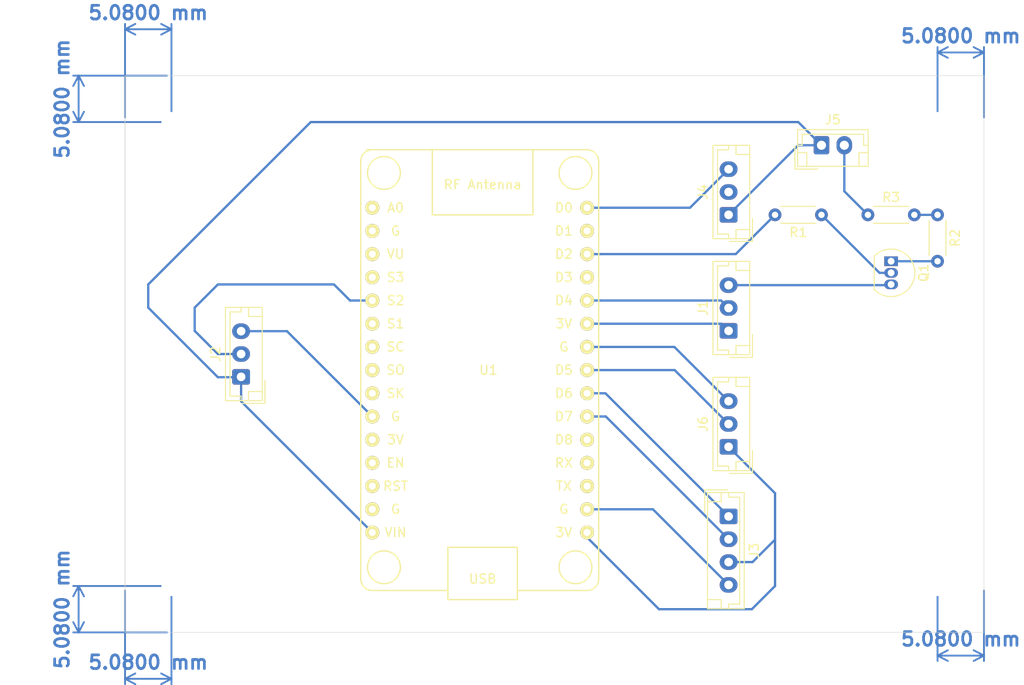
<source format=kicad_pcb>
(kicad_pcb (version 20211014) (generator pcbnew)
  (title_block (title "Placa de controle do projeto final") (date "2021-03-16") (rev "1") (company "CEFET/RJ") (comment 1 "André Igor Pereira"))
  (layers (0 "F.Cu" signal) (31 "B.Cu" signal) (34 "B.Paste" user) (35 "F.Paste" user) (36 "B.SilkS" user "B.Silkscreen") (37 "F.SilkS" user "F.Silkscreen") (38 "B.Mask" user) (39 "F.Mask" user) (44 "Edge.Cuts" user))
  (net 0 "")
  (net 1 "/GND")
  (net 2 "/3V3")
  (net 3 "/D4(GPIO2)")
  (net 4 "/SD2(GPIO9)")
  (net 5 "/VIN")
  (net 6 "/D0(GIPIO16)")
  (net 7 "Net-(J5-Pad2)")
  (net 8 "/D5(GIPIO14)")
  (net 9 "Net-(Q1-Pad2)")
  (net 10 "Net-(Q1-Pad1)")
  (net 11 "/D2(GPIO4)")
  (net 12 "Net-(R2-Pad1)")
  (net 26 "/D7(GPIO13)")
  (net 27 "/D6(GPIO12)")
  (footprint "Package_TO_SOT_THT:TO-92_Inline" (layer "F.Cu") (at 144.78 43.18 -90)
    (fp_text reference "Q1" (at 1.27 -3.56 90) (layer "F.SilkS"))
    (fp_text value "BC547")
    (fp_line (start -0.53 1.85) (end 3.07 1.85) (layer "F.SilkS") (width 0.12))
    (fp_arc (start -0.568478 1.838478) (mid -1.132087 -0.994977) (end 1.27 -2.6) (layer "F.SilkS") (width 0.12))
    (fp_arc (start 1.27 -2.6) (mid 3.672087 -0.994977) (end 3.108478 1.838478) (layer "F.SilkS") (width 0.12))
    (pad "1" thru_hole rect (at 0 0 270) (size 1.05 1.5) (drill 0.75) (layers *.Cu *.Mask) (net 10 "Net-(Q1-Pad1)"))
    (pad "2" thru_hole oval (at 1.27 0 270) (size 1.05 1.5) (drill 0.75) (layers *.Cu *.Mask) (net 9 "Net-(Q1-Pad2)"))
    (pad "3" thru_hole oval (at 2.54 0 270) (size 1.05 1.5) (drill 0.75) (layers *.Cu *.Mask) (net 1 "/GND"))
  )
  (footprint "Connector_JST:JST_EH_B3B-EH-A_1x03_P2.50mm_Vertical" (layer "F.Cu") (at 127 38.1 90)
    (fp_text reference "J4" (at 2.5 -2.8 90) (layer "F.SilkS"))
    (fp_text value "RELE")
    (fp_line (start -2.11 0) (end -2.11 -1.21) (layer "F.SilkS") (width 0.12))
    (fp_line (start -2.91 0.11) (end -2.91 2.61) (layer "F.SilkS") (width 0.12))
    (fp_line (start -2.11 -1.21) (end 7.11 -1.21) (layer "F.SilkS") (width 0.12))
    (fp_line (start 7.61 0.81) (end 6.61 0.81) (layer "F.SilkS") (width 0.12))
    (fp_line (start -2.61 0.81) (end -1.61 0.81) (layer "F.SilkS") (width 0.12))
    (fp_line (start 7.11 0) (end 7.61 0) (layer "F.SilkS") (width 0.12))
    (fp_line (start 7.61 -1.71) (end -2.61 -1.71) (layer "F.SilkS") (width 0.12))
    (fp_line (start 6.61 0.81) (end 6.61 2.31) (layer "F.SilkS") (width 0.12))
    (fp_line (start 7.61 2.31) (end 7.61 -1.71) (layer "F.SilkS") (width 0.12))
    (fp_line (start -1.61 0.81) (end -1.61 2.31) (layer "F.SilkS") (width 0.12))
    (fp_line (start 7.11 -1.21) (end 7.11 0) (layer "F.SilkS") (width 0.12))
    (fp_line (start -2.91 2.61) (end -0.41 2.61) (layer "F.SilkS") (width 0.12))
    (fp_line (start -2.61 2.31) (end 7.61 2.31) (layer "F.SilkS") (width 0.12))
    (fp_line (start -2.61 0) (end -2.11 0) (layer "F.SilkS") (width 0.12))
    (fp_line (start -2.61 -1.71) (end -2.61 2.31) (layer "F.SilkS") (width 0.12))
    (pad "1" thru_hole roundrect (at 0 0 90) (size 1.7 1.95) (drill 0.95) (layers *.Cu *.Mask) (roundrect_rratio 0.147059) (net 5 "/VIN"))
    (pad "2" thru_hole oval (at 2.5 0 90) (size 1.7 1.95) (drill 0.95) (layers *.Cu *.Mask) (net 1 "/GND"))
    (pad "3" thru_hole oval (at 5 0 90) (size 1.7 1.95) (drill 0.95) (layers *.Cu *.Mask) (net 6 "/D0(GIPIO16)"))
  )
  (footprint "MountingHole:MountingHole_2.2mm_M2" (layer "F.Cu") (at 149.86 78.74)
    (fp_text reference "H3" hide)
    (fp_text value "MountingHole_2.2mm_M2")
    (pad "" np_thru_hole circle (at 0 0) (size 2.2 2.2) (drill 2.2) (layers *.Cu *.Mask))
  )
  (footprint "Resistor_THT:R_Axial_DIN0204_L3.6mm_D1.6mm_P5.08mm_Horizontal" (layer "F.Cu") (at 149.86 38.1 -90)
    (fp_text reference "R2" (at 2.54 -1.92 90) (layer "F.SilkS"))
    (fp_text value "22R")
    (fp_line (start 0.62 -0.92) (end 4.46 -0.92) (layer "F.SilkS") (width 0.12))
    (fp_line (start 0.62 0.92) (end 4.46 0.92) (layer "F.SilkS") (width 0.12))
    (pad "1" thru_hole circle (at 0 0 270) (size 1.4 1.4) (drill 0.7) (layers *.Cu *.Mask) (net 12 "Net-(R2-Pad1)"))
    (pad "2" thru_hole oval (at 5.08 0 270) (size 1.4 1.4) (drill 0.7) (layers *.Cu *.Mask) (net 10 "Net-(Q1-Pad1)"))
  )
  (footprint "MountingHole:MountingHole_2.2mm_M2" (layer "F.Cu") (at 66.04 78.74)
    (fp_text reference "H2" hide)
    (fp_text value "MountingHole_2.2mm_M2")
    (pad "" np_thru_hole circle (at 0 0) (size 2.2 2.2) (drill 2.2) (layers *.Cu *.Mask))
  )
  (footprint "Resistor_THT:R_Axial_DIN0204_L3.6mm_D1.6mm_P5.08mm_Horizontal" (layer "F.Cu") (at 137.16 38.1 180)
    (fp_text reference "R1" (at 2.54 -1.92) (layer "F.SilkS"))
    (fp_text value "10K")
    (fp_line (start 0.62 0.92) (end 4.46 0.92) (layer "F.SilkS") (width 0.12))
    (fp_line (start 0.62 -0.92) (end 4.46 -0.92) (layer "F.SilkS") (width 0.12))
    (pad "1" thru_hole circle (at 0 0 180) (size 1.4 1.4) (drill 0.7) (layers *.Cu *.Mask) (net 9 "Net-(Q1-Pad2)"))
    (pad "2" thru_hole oval (at 5.08 0 180) (size 1.4 1.4) (drill 0.7) (layers *.Cu *.Mask) (net 11 "/D2(GPIO4)"))
  )
  (footprint "Resistor_THT:R_Axial_DIN0204_L3.6mm_D1.6mm_P5.08mm_Horizontal" (layer "F.Cu") (at 142.24 38.1)
    (fp_text reference "R3" (at 2.54 -1.92) (layer "F.SilkS"))
    (fp_text value "4,7R")
    (fp_line (start 0.62 0.92) (end 4.46 0.92) (layer "F.SilkS") (width 0.12))
    (fp_line (start 0.62 -0.92) (end 4.46 -0.92) (layer "F.SilkS") (width 0.12))
    (pad "1" thru_hole circle (at 0 0) (size 1.4 1.4) (drill 0.7) (layers *.Cu *.Mask) (net 7 "Net-(J5-Pad2)"))
    (pad "2" thru_hole oval (at 5.08 0) (size 1.4 1.4) (drill 0.7) (layers *.Cu *.Mask) (net 12 "Net-(R2-Pad1)"))
  )
  (footprint "Connector_JST:JST_EH_B3B-EH-A_1x03_P2.50mm_Vertical" (layer "F.Cu") (at 127 50.8 90)
    (fp_text reference "J1" (at 2.5 -2.8 90) (layer "F.SilkS"))
    (fp_text value "DS18B20")
    (fp_line (start -2.11 0) (end -2.11 -1.21) (layer "F.SilkS") (width 0.12))
    (fp_line (start -2.11 -1.21) (end 7.11 -1.21) (layer "F.SilkS") (width 0.12))
    (fp_line (start 7.61 -1.71) (end -2.61 -1.71) (layer "F.SilkS") (width 0.12))
    (fp_line (start 7.11 -1.21) (end 7.11 0) (layer "F.SilkS") (width 0.12))
    (fp_line (start -2.61 0) (end -2.11 0) (layer "F.SilkS") (width 0.12))
    (fp_line (start 6.61 0.81) (end 6.61 2.31) (layer "F.SilkS") (width 0.12))
    (fp_line (start 7.11 0) (end 7.61 0) (layer "F.SilkS") (width 0.12))
    (fp_line (start -2.91 0.11) (end -2.91 2.61) (layer "F.SilkS") (width 0.12))
    (fp_line (start -1.61 0.81) (end -1.61 2.31) (layer "F.SilkS") (width 0.12))
    (fp_line (start 7.61 2.31) (end 7.61 -1.71) (layer "F.SilkS") (width 0.12))
    (fp_line (start -2.91 2.61) (end -0.41 2.61) (layer "F.SilkS") (width 0.12))
    (fp_line (start -2.61 2.31) (end 7.61 2.31) (layer "F.SilkS") (width 0.12))
    (fp_line (start -2.61 -1.71) (end -2.61 2.31) (layer "F.SilkS") (width 0.12))
    (fp_line (start -2.61 0.81) (end -1.61 0.81) (layer "F.SilkS") (width 0.12))
    (fp_line (start 7.61 0.81) (end 6.61 0.81) (layer "F.SilkS") (width 0.12))
    (pad "1" thru_hole roundrect (at 0 0 90) (size 1.7 1.95) (drill 0.95) (layers *.Cu *.Mask) (roundrect_rratio 0.147059) (net 2 "/3V3"))
    (pad "2" thru_hole oval (at 2.5 0 90) (size 1.7 1.95) (drill 0.95) (layers *.Cu *.Mask) (net 3 "/D4(GPIO2)"))
    (pad "3" thru_hole oval (at 5 0 90) (size 1.7 1.95) (drill 0.95) (layers *.Cu *.Mask) (net 1 "/GND"))
  )
  (footprint "ESP8266:ESP12F-Devkit-V3" (layer "F.Cu") (at 100.085 56.37)
    (fp_text reference "U1" (at 0.635 -1.27) (layer "F.SilkS"))
    (fp_text value "NodeMCU1.0(ESP-12E)")
    (fp_text user "EN" (at -9.525 8.89) (layer "F.SilkS"))
    (fp_text user "G" (at 8.89 -3.81) (layer "F.SilkS"))
    (fp_text user "G" (at -9.525 -16.51) (layer "F.SilkS"))
    (fp_text user "SC" (at -9.525 -3.81) (layer "F.SilkS"))
    (fp_text user "D5" (at 8.89 -1.27) (layer "F.SilkS"))
    (fp_text user "G" (at -9.525 13.97) (layer "F.SilkS"))
    (fp_text user "S3" (at -9.525 -11.43) (layer "F.SilkS"))
    (fp_text user "TX" (at 8.89 11.43) (layer "F.SilkS"))
    (fp_text user "RST" (at -9.525 11.43) (layer "F.SilkS"))
    (fp_text user "S2" (at -9.525 -8.89) (layer "F.SilkS"))
    (fp_text user "D1" (at 8.89 -16.51) (layer "F.SilkS"))
    (fp_text user "SO" (at -9.525 -1.27) (layer "F.SilkS"))
    (fp_text user "3V" (at 8.89 16.51) (layer "F.SilkS"))
    (fp_text user "RX" (at 8.89 8.89) (layer "F.SilkS"))
    (fp_text user "D0" (at 8.89 -19.05) (layer "F.SilkS"))
    (fp_text user "3V" (at 8.89 -6.35) (layer "F.SilkS"))
    (fp_text user "D7" (at 8.89 3.81) (layer "F.SilkS"))
    (fp_text user "RF Antenna" (at 0 -21.59) (layer "F.SilkS"))
    (fp_text user "VU" (at -9.525 -13.97) (layer "F.SilkS"))
    (fp_text user "A0" (at -9.525 -19.05) (layer "F.SilkS"))
    (fp_text user "USB" (at 0 21.59) (layer "F.SilkS"))
    (fp_text user "D8" (at 8.89 6.35) (layer "F.SilkS"))
    (fp_text user "D2" (at 8.89 -13.97) (layer "F.SilkS"))
    (fp_text user "SK" (at -9.525 1.27) (layer "F.SilkS"))
    (fp_text user "S1" (at -9.525 -6.35) (layer "F.SilkS"))
    (fp_text user "VIN" (at -9.525 16.51) (layer "F.SilkS"))
    (fp_text user "3V" (at -9.525 6.35) (layer "F.SilkS"))
    (fp_text user "G" (at -9.525 3.81) (layer "F.SilkS"))
    (fp_text user "G" (at 8.89 13.97) (layer "F.SilkS"))
    (fp_text user "D6" (at 8.89 1.27) (layer "F.SilkS"))
    (fp_text user "D4" (at 8.89 -8.89) (layer "F.SilkS"))
    (fp_text user "D3" (at 8.89 -11.43) (layer "F.SilkS"))
    (fp_line (start -3.81 22.86) (end -12.065 22.86) (layer "F.SilkS") (width 0.15))
    (fp_line (start -13.335 -24.13) (end -13.335 21.59) (layer "F.SilkS") (width 0.15))
    (fp_line (start -3.8 18.13) (end 3.8 18.13) (layer "F.SilkS") (width 0.15))
    (fp_line (start 5.5 -25.4) (end 5.5 -18.27) (layer "F.SilkS") (width 0.15))
    (fp_line (start 3.8 18.13) (end 3.8 23.86) (layer "F.SilkS") (width 0.15))
    (fp_line (start 11.43 -25.4) (end -12.7 -25.4) (layer "F.SilkS") (width 0.15))
    (fp_line (start 12.7 -24.13) (end 12.7 21.59) (layer "F.SilkS") (width 0.15))
    (fp_line (start 11.43 22.86) (end 3.81 22.86) (layer "F.SilkS") (width 0.15))
    (fp_line (start -5.5 -18.27) (end -5.5 -25.4) (layer "F.SilkS") (width 0.15))
    (fp_line (start 3.8 23.86) (end -3.8 23.86) (layer "F.SilkS") (width 0.15))
    (fp_line (start 5.5 -18.27) (end -5.5 -18.27) (layer "F.SilkS") (width 0.15))
    (fp_line (start -3.8 23.86) (end -3.8 18.13) (layer "F.SilkS") (width 0.15))
    (fp_arc (start -13.335 -24.13) (mid -12.963026 -25.028026) (end -12.065 -25.4) (layer "F.SilkS") (width 0.15))
    (fp_arc (start 12.7 21.59) (mid 12.328026 22.488026) (end 11.43 22.86) (layer "F.SilkS") (width 0.15))
    (fp_arc (start -12.065 22.86) (mid -12.963026 22.488026) (end -13.335 21.59) (layer "F.SilkS") (width 0.15))
    (fp_arc (start 11.43 -25.4) (mid 12.328026 -25.028026) (end 12.7 -24.13) (layer "F.SilkS") (width 0.15))
    (fp_circle (center 10.16 20.32) (end 11.43 19.05) (layer "F.SilkS") (width 0.15) (fill none))
    (fp_circle (center -10.795 20.32) (end -9.525 19.05) (layer "F.SilkS") (width 0.15) (fill none))
    (fp_circle (center 10.16 -22.86) (end 11.43 -24.13) (layer "F.SilkS") (width 0.15) (fill none))
    (fp_circle (center -10.795 -22.86) (end -9.525 -24.13) (layer "F.SilkS") (width 0.15) (fill none))
    (pad "1" thru_hole circle locked (at -12.065 -19.05) (size 1.524 1.524) (drill 0.762) (layers *.Cu *.Mask "F.SilkS"))
    (pad "2" thru_hole circle locked (at -12.065 -16.51) (size 1.524 1.524) (drill 0.762) (layers *.Cu *.Mask "F.SilkS"))
    (pad "3" thru_hole circle locked (at -12.065 -13.97) (size 1.524 1.524) (drill 0.762) (layers *.Cu *.Mask "F.SilkS"))
    (pad "4" thru_hole circle locked (at -12.065 -11.43) (size 1.524 1.524) (drill 0.762) (layers *.Cu *.Mask "F.SilkS"))
    (pad "5" thru_hole circle locked (at -12.065 -8.89) (size 1.524 1.524) (drill 0.762) (layers *.Cu *.Mask "F.SilkS") (net 4 "/SD2(GPIO9)"))
    (pad "6" thru_hole circle locked (at -12.065 -6.35) (size 1.524 1.524) (drill 0.762) (layers *.Cu *.Mask "F.SilkS"))
    (pad "7" thru_hole circle locked (at -12.065 -3.81) (size 1.524 1.524) (drill 0.762) (layers *.Cu *.Mask "F.SilkS"))
    (pad "8" thru_hole circle locked (at -12.065 -1.27) (size 1.524 1.524) (drill 0.762) (layers *.Cu *.Mask "F.SilkS"))
    (pad "9" thru_hole circle locked (at -12.065 1.27) (size 1.524 1.524) (drill 0.762) (layers *.Cu *.Mask "F.SilkS"))
    (pad "10" thru_hole circle locked (at -12.065 3.81) (size 1.524 1.524) (drill 0.762) (layers *.Cu *.Mask "F.SilkS") (net 1 "/GND"))
    (pad "11" thru_hole circle locked (at -12.065 6.35) (size 1.524 1.524) (drill 0.762) (layers *.Cu *.Mask "F.SilkS") (net 2 "/3V3"))
    (pad "12" thru_hole circle locked (at -12.065 8.89) (size 1.524 1.524) (drill 0.762) (layers *.Cu *.Mask "F.SilkS"))
    (pad "13" thru_hole circle locked (at -12.065 11.43) (size 1.524 1.524) (drill 0.762) (layers *.Cu *.Mask "F.SilkS"))
    (pad "14" thru_hole circle locked (at -12.065 13.97) (size 1.524 1.524) (drill 0.762) (layers *.Cu *.Mask "F.SilkS") (net 1 "/GND"))
    (pad "15" thru_hole circle locked (at -12.065 16.51) (size 1.524 1.524) (drill 0.762) (layers *.Cu *.Mask "F.SilkS") (net 5 "/VIN"))
    (pad "16" thru_hole circle locked (at 11.43 16.51) (size 1.524 1.524) (drill 0.762) (layers *.Cu *.Mask "F.SilkS") (net 2 "/3V3"))
    (pad "17" thru_hole circle locked (at 11.43 13.97) (size 1.524 1.524) (drill 0.762) (layers *.Cu *.Mask "F.SilkS") (net 1 "/GND"))
    (pad "18" thru_hole circle locked (at 11.43 11.43) (size 1.524 1.524) (drill 0.762) (layers *.Cu *.Mask "F.SilkS"))
    (pad "19" thru_hole circle locked (at 11.43 8.89) (size 1.524 1.524) (drill 0.762) (layers *.Cu *.Mask "F.SilkS"))
    (pad "20" thru_hole circle locked (at 11.43 6.35) (size 1.524 1.524) (drill 0.762) (layers *.Cu *.Mask "F.SilkS"))
    (pad "21" thru_hole circle locked (at 11.43 3.81) (size 1.524 1.524) (drill 0.762) (layers *.Cu *.Mask "F.SilkS") (net 26 "/D7(GPIO13)"))
    (pad "22" thru_hole circle locked (at 11.43 1.27) (size 1.524 1.524) (drill 0.762) (layers *.Cu *.Mask "F.SilkS") (net 27 "/D6(GPIO12)"))
    (pad "23" thru_hole circle locked (at 11.43 -1.27) (size 1.524 1.524) (drill 0.762) (layers *.Cu *.Mask "F.SilkS") (net 8 "/D5(GIPIO14)"))
    (pad "24" thru_hole circle locked (at 11.43 -3.81) (size 1.524 1.524) (drill 0.762) (layers *.Cu *.Mask "F.SilkS") (net 1 "/GND"))
    (pad "25" thru_hole circle locked (at 11.43 -6.35) (size 1.524 1.524) (drill 0.762) (layers *.Cu *.Mask "F.SilkS") (net 2 "/3V3"))
    (pad "26" thru_hole circle locked (at 11.43 -8.89) (size 1.524 1.524) (drill 0.762) (layers *.Cu *.Mask "F.SilkS") (net 3 "/D4(GPIO2)"))
    (pad "27" thru_hole circle locked (at 11.43 -11.43) (size 1.524 1.524) (drill 0.762) (layers *.Cu *.Mask "F.SilkS"))
    (pad "28" thru_hole circle locked (at 11.43 -13.97) (size 1.524 1.524) (drill 0.762) (layers *.Cu *.Mask "F.SilkS") (net 11 "/D2(GPIO4)"))
    (pad "29" thru_hole circle locked (at 11.43 -16.51) (size 1.524 1.524) (drill 0.762) (layers *.Cu *.Mask "F.SilkS"))
    (pad "30" thru_hole circle locked (at 11.43 -19.05) (size 1.524 1.524) (drill 0.762) (layers *.Cu *.Mask "F.SilkS") (net 6 "/D0(GIPIO16)"))
  )
  (footprint "MountingHole:MountingHole_2.2mm_M2" (layer "F.Cu") (at 149.86 27.94)
    (fp_text reference "H4" hide)
    (fp_text value "MountingHole_2.2mm_M2")
    (pad "" np_thru_hole circle (at 0 0) (size 2.2 2.2) (drill 2.2) (layers *.Cu *.Mask))
  )
  (footprint "MountingHole:MountingHole_2.2mm_M2" (layer "F.Cu") (at 66.04 27.94)
    (fp_text reference "H1" hide)
    (fp_text value "MountingHole_2.2mm_M2")
    (pad "" np_thru_hole circle (at 0 0) (size 2.2 2.2) (drill 2.2) (layers *.Cu *.Mask))
  )
  (footprint "Connector_JST:JST_EH_B3B-EH-A_1x03_P2.50mm_Vertical" (layer "F.Cu") (at 73.66 55.84 90)
    (fp_text reference "J2" (at 2.5 -2.8 90) (layer "F.SilkS"))
    (fp_text value "HC-SR501")
    (fp_line (start 7.61 -1.71) (end -2.61 -1.71) (layer "F.SilkS") (width 0.12))
    (fp_line (start -2.11 0) (end -2.11 -1.21) (layer "F.SilkS") (width 0.12))
    (fp_line (start -2.61 0.81) (end -1.61 0.81) (layer "F.SilkS") (width 0.12))
    (fp_line (start -2.91 2.61) (end -0.41 2.61) (layer "F.SilkS") (width 0.12))
    (fp_line (start -2.91 0.11) (end -2.91 2.61) (layer "F.SilkS") (width 0.12))
    (fp_line (start -2.61 2.31) (end 7.61 2.31) (layer "F.SilkS") (width 0.12))
    (fp_line (start -1.61 0.81) (end -1.61 2.31) (layer "F.SilkS") (width 0.12))
    (fp_line (start -2.61 -1.71) (end -2.61 2.31) (layer "F.SilkS") (width 0.12))
    (fp_line (start 7.61 0.81) (end 6.61 0.81) (layer "F.SilkS") (width 0.12))
    (fp_line (start 7.61 2.31) (end 7.61 -1.71) (layer "F.SilkS") (width 0.12))
    (fp_line (start 6.61 0.81) (end 6.61 2.31) (layer "F.SilkS") (width 0.12))
    (fp_line (start -2.11 -1.21) (end 7.11 -1.21) (layer "F.SilkS") (width 0.12))
    (fp_line (start -2.61 0) (end -2.11 0) (layer "F.SilkS") (width 0.12))
    (fp_line (start 7.11 0) (end 7.61 0) (layer "F.SilkS") (width 0.12))
    (fp_line (start 7.11 -1.21) (end 7.11 0) (layer "F.SilkS") (width 0.12))
    (pad "1" thru_hole roundrect (at 0 0 90) (size 1.7 1.95) (drill 0.95) (layers *.Cu *.Mask) (roundrect_rratio 0.147059) (net 5 "/VIN"))
    (pad "2" thru_hole oval (at 2.5 0 90) (size 1.7 1.95) (drill 0.95) (layers *.Cu *.Mask) (net 4 "/SD2(GPIO9)"))
    (pad "3" thru_hole oval (at 5 0 90) (size 1.7 1.95) (drill 0.95) (layers *.Cu *.Mask) (net 1 "/GND"))
  )
  (footprint "Connector_JST:JST_EH_B2B-EH-A_1x02_P2.50mm_Vertical" (layer "F.Cu") (at 137.16 30.48)
    (fp_text reference "J5" (at 1.25 -2.8) (layer "F.SilkS"))
    (fp_text value "LED_IR")
    (fp_line (start -1.61 0.81) (end -1.61 2.31) (layer "F.SilkS") (width 0.12))
    (fp_line (start 5.11 2.31) (end 5.11 -1.71) (layer "F.SilkS") (width 0.12))
    (fp_line (start -2.11 0) (end -2.11 -1.21) (layer "F.SilkS") (width 0.12))
    (fp_line (start -2.61 -1.71) (end -2.61 2.31) (layer "F.SilkS") (width 0.12))
    (fp_line (start 5.11 0.81) (end 4.11 0.81) (layer "F.SilkS") (width 0.12))
    (fp_line (start -2.91 0.11) (end -2.91 2.61) (layer "F.SilkS") (width 0.12))
    (fp_line (start 4.61 0) (end 5.11 0) (layer "F.SilkS") (width 0.12))
    (fp_line (start -2.61 0.81) (end -1.61 0.81) (layer "F.SilkS") (width 0.12))
    (fp_line (start -2.91 2.61) (end -0.41 2.61) (layer "F.SilkS") (width 0.12))
    (fp_line (start -2.61 2.31) (end 5.11 2.31) (layer "F.SilkS") (width 0.12))
    (fp_line (start -2.61 0) (end -2.11 0) (layer "F.SilkS") (width 0.12))
    (fp_line (start -2.11 -1.21) (end 4.61 -1.21) (layer "F.SilkS") (width 0.12))
    (fp_line (start 4.11 0.81) (end 4.11 2.31) (layer "F.SilkS") (width 0.12))
    (fp_line (start 5.11 -1.71) (end -2.61 -1.71) (layer "F.SilkS") (width 0.12))
    (fp_line (start 4.61 -1.21) (end 4.61 0) (layer "F.SilkS") (width 0.12))
    (pad "1" thru_hole roundrect (at 0 0) (size 1.7 2) (drill 1) (layers *.Cu *.Mask) (roundrect_rratio 0.147059) (net 5 "/VIN"))
    (pad "2" thru_hole oval (at 2.5 0) (size 1.7 2) (drill 1) (layers *.Cu *.Mask) (net 7 "Net-(J5-Pad2)"))
  )
  (footprint "Connector_JST:JST_EH_B3B-EH-A_1x03_P2.50mm_Vertical" (layer "F.Cu") (at 127 63.5 90)
    (fp_text reference "J6" (at 2.5 -2.8 90) (layer "F.SilkS"))
    (fp_text value "MQ-2")
    (fp_line (start 7.11 -1.21) (end 7.11 0) (layer "F.SilkS") (width 0.12))
    (fp_line (start -2.91 0.11) (end -2.91 2.61) (layer "F.SilkS") (width 0.12))
    (fp_line (start -1.61 0.81) (end -1.61 2.31) (layer "F.SilkS") (width 0.12))
    (fp_line (start -2.11 -1.21) (end 7.11 -1.21) (layer "F.SilkS") (width 0.12))
    (fp_line (start -2.61 2.31) (end 7.61 2.31) (layer "F.SilkS") (width 0.12))
    (fp_line (start -2.61 0) (end -2.11 0) (layer "F.SilkS") (width 0.12))
    (fp_line (start 6.61 0.81) (end 6.61 2.31) (layer "F.SilkS") (width 0.12))
    (fp_line (start -2.61 0.81) (end -1.61 0.81) (layer "F.SilkS") (width 0.12))
    (fp_line (start -2.91 2.61) (end -0.41 2.61) (layer "F.SilkS") (width 0.12))
    (fp_line (start 7.11 0) (end 7.61 0) (layer "F.SilkS") (width 0.12))
    (fp_line (start 7.61 0.81) (end 6.61 0.81) (layer "F.SilkS") (width 0.12))
    (fp_line (start 7.61 -1.71) (end -2.61 -1.71) (layer "F.SilkS") (width 0.12))
    (fp_line (start -2.11 0) (end -2.11 -1.21) (layer "F.SilkS") (width 0.12))
    (fp_line (start -2.61 -1.71) (end -2.61 2.31) (layer "F.SilkS") (width 0.12))
    (fp_line (start 7.61 2.31) (end 7.61 -1.71) (layer "F.SilkS") (width 0.12))
    (pad "1" thru_hole roundrect (at 0 0 90) (size 1.7 1.95) (drill 0.95) (layers *.Cu *.Mask) (roundrect_rratio 0.147059) (net 2 "/3V3"))
    (pad "2" thru_hole oval (at 2.5 0 90) (size 1.7 1.95) (drill 0.95) (layers *.Cu *.Mask) (net 8 "/D5(GIPIO14)"))
    (pad "3" thru_hole oval (at 5 0 90) (size 1.7 1.95) (drill 0.95) (layers *.Cu *.Mask) (net 1 "/GND"))
  )
  (footprint "Connector_JST:JST_EH_B4B-EH-A_1x04_P2.50mm_Vertical" (layer "F.Cu") (at 127 71.12 -90)
    (fp_text reference "J3" (at 3.75 -2.8 90) (layer "F.SilkS"))
    (fp_text value "Conn_01x04")
    (fp_line (start 9.11 0.81) (end 9.11 2.31) (layer "F.SilkS") (width 0.12))
    (fp_line (start -1.61 0.81) (end -1.61 2.31) (layer "F.SilkS") (width 0.12))
    (fp_line (start 10.11 -1.71) (end -2.61 -1.71) (layer "F.SilkS") (width 0.12))
    (fp_line (start -2.91 2.61) (end -0.41 2.61) (layer "F.SilkS") (width 0.12))
    (fp_line (start -2.61 -1.71) (end -2.61 2.31) (layer "F.SilkS") (width 0.12))
    (fp_line (start -2.11 -1.21) (end 9.61 -1.21) (layer "F.SilkS") (width 0.12))
    (fp_line (start -2.91 0.11) (end -2.91 2.61) (layer "F.SilkS") (width 0.12))
    (fp_line (start -2.61 0.81) (end -1.61 0.81) (layer "F.SilkS") (width 0.12))
    (fp_line (start -2.61 2.31) (end 10.11 2.31) (layer "F.SilkS") (width 0.12))
    (fp_line (start -2.11 0) (end -2.11 -1.21) (layer "F.SilkS") (width 0.12))
    (fp_line (start 10.11 0.81) (end 9.11 0.81) (layer "F.SilkS") (width 0.12))
    (fp_line (start 9.61 0) (end 10.11 0) (layer "F.SilkS") (width 0.12))
    (fp_line (start 9.61 -1.21) (end 9.61 0) (layer "F.SilkS") (width 0.12))
    (fp_line (start -2.61 0) (end -2.11 0) (layer "F.SilkS") (width 0.12))
    (fp_line (start 10.11 2.31) (end 10.11 -1.71) (layer "F.SilkS") (width 0.12))
    (pad "1" thru_hole roundrect (at 0 0 270) (size 1.7 1.95) (drill 0.95) (layers *.Cu *.Mask) (roundrect_rratio 0.147059) (net 27 "/D6(GPIO12)"))
    (pad "2" thru_hole oval (at 2.5 0 270) (size 1.7 1.95) (drill 0.95) (layers *.Cu *.Mask) (net 26 "/D7(GPIO13)"))
    (pad "3" thru_hole oval (at 5 0 270) (size 1.7 1.95) (drill 0.95) (layers *.Cu *.Mask) (net 2 "/3V3"))
    (pad "4" thru_hole oval (at 7.5 0 270) (size 1.7 1.95) (drill 0.95) (layers *.Cu *.Mask) (net 1 "/GND"))
  )
  (gr_line (start 154.94 83.82) (end 154.94 22.86) (layer "Edge.Cuts") (width 0.05))
  (gr_line (start 60.96 22.86) (end 60.96 83.82) (layer "Edge.Cuts") (width 0.05))
  (gr_line (start 154.94 22.86) (end 60.96 22.86) (layer "Edge.Cuts") (width 0.05))
  (gr_line (start 60.96 22.86) (end 60.96 83.82) (layer "Edge.Cuts") (width 0.05))
  (gr_line (start 60.96 83.82) (end 154.94 83.82) (layer "Edge.Cuts") (width 0.05))
  (dimension (type aligned) (layer "B.Cu") (pts (xy 154.94 78.74) (xy 149.86 78.74)) (height -7.62) (gr_text "5,0800 mm" (at 152.4 84.56) (layer "B.Cu") (effects (font (size 1.5 1.5) (thickness 0.3)))) (format (units 3) (units_format 1) (precision 4)) (style (thickness 0.2) (arrow_length 1.27) (text_position_mode 0) (extension_height 0.58642) (extension_offset 0.5) keep_text_aligned))
  (dimension (type aligned) (layer "B.Cu") (pts (xy 66.04 78.74) (xy 66.04 83.82)) (height 10.16) (gr_text "5,0800 mm" (at 54.08 81.28 90) (layer "B.Cu") (effects (font (size 1.5 1.5) (thickness 0.3)))) (format (units 3) (units_format 1) (precision 4)) (style (thickness 0.2) (arrow_length 1.27) (text_position_mode 0) (extension_height 0.58642) (extension_offset 0.5) keep_text_aligned))
  (dimension (type aligned) (layer "B.Cu") (pts (xy 66.04 27.94) (xy 60.96 27.94)) (height 10.16) (gr_text "5,0800 mm" (at 63.5 15.98) (layer "B.Cu") (effects (font (size 1.5 1.5) (thickness 0.3)))) (format (units 3) (units_format 1) (precision 4)) (style (thickness 0.2) (arrow_length 1.27) (text_position_mode 0) (extension_height 0.58642) (extension_offset 0.5) keep_text_aligned))
  (dimension (type aligned) (layer "B.Cu") (pts (xy 154.94 27.94) (xy 149.86 27.94)) (height 7.62) (gr_text "5,0800 mm" (at 152.4 18.52) (layer "B.Cu") (effects (font (size 1.5 1.5) (thickness 0.3)))) (format (units 3) (units_format 1) (precision 4)) (style (thickness 0.2) (arrow_length 1.27) (text_position_mode 0) (extension_height 0.58642) (extension_offset 0.5) keep_text_aligned))
  (dimension (type aligned) (layer "B.Cu") (pts (xy 60.96 78.74) (xy 66.04 78.74)) (height 10.16) (gr_text "5,0800 mm" (at 63.5 87.1) (layer "B.Cu") (effects (font (size 1.5 1.5) (thickness 0.3)))) (format (units 3) (units_format 1) (precision 4)) (style (thickness 0.2) (arrow_length 1.27) (text_position_mode 0) (extension_height 0.58642) (extension_offset 0.5) keep_text_aligned))
  (dimension (type aligned) (layer "B.Cu") (pts (xy 66.04 27.94) (xy 66.04 22.86)) (height -10.16) (gr_text "5,0800 mm" (at 54.08 25.4 90) (layer "B.Cu") (effects (font (size 1.5 1.5) (thickness 0.3)))) (format (units 3) (units_format 1) (precision 4)) (style (thickness 0.2) (arrow_length 1.27) (text_position_mode 0) (extension_height 0.58642) (extension_offset 0.5) keep_text_aligned))
  (segment (start 73.66 50.84) (end 78.68 50.84) (width 0.25) (layer "B.Cu") (net 1))
  (segment (start 121.06 52.56) (end 127 58.5) (width 0.25) (layer "B.Cu") (net 1))
  (segment (start 144.7 45.8) (end 144.78 45.72) (width 0.25) (layer "B.Cu") (net 1))
  (segment (start 118.72 70.34) (end 127 78.62) (width 0.25) (layer "B.Cu") (net 1))
  (segment (start 127 45.8) (end 144.7 45.8) (width 0.25) (layer "B.Cu") (net 1))
  (segment (start 78.68 50.84) (end 88.02 60.18) (width 0.25) (layer "B.Cu") (net 1))
  (segment (start 111.515 70.34) (end 118.72 70.34) (width 0.25) (layer "B.Cu") (net 1))
  (segment (start 111.515 52.56) (end 121.06 52.56) (width 0.25) (layer "B.Cu") (net 1))
  (segment (start 132.08 73.66) (end 129.62 76.12) (width 0.25) (layer "B.Cu") (net 2))
  (segment (start 132.08 78.74) (end 132.08 73.66) (width 0.25) (layer "B.Cu") (net 2))
  (segment (start 127 63.5) (end 132.08 68.58) (width 0.25) (layer "B.Cu") (net 2))
  (segment (start 119.38 81.28) (end 129.54 81.28) (width 0.25) (layer "B.Cu") (net 2))
  (segment (start 111.515 73.415) (end 111.76 73.66) (width 0.25) (layer "B.Cu") (net 2))
  (segment (start 111.76 73.66) (end 119.38 81.28) (width 0.25) (layer "B.Cu") (net 2))
  (segment (start 129.62 76.12) (end 127 76.12) (width 0.25) (layer "B.Cu") (net 2))
  (segment (start 111.515 72.88) (end 111.515 73.415) (width 0.25) (layer "B.Cu") (net 2))
  (segment (start 126.22 50.02) (end 111.515 50.02) (width 0.25) (layer "B.Cu") (net 2))
  (segment (start 129.54 81.28) (end 132.08 78.74) (width 0.25) (layer "B.Cu") (net 2))
  (segment (start 132.08 68.58) (end 132.08 73.66) (width 0.25) (layer "B.Cu") (net 2))
  (segment (start 127 50.8) (end 126.22 50.02) (width 0.25) (layer "B.Cu") (net 2))
  (segment (start 126.18 47.48) (end 127 48.3) (width 0.25) (layer "B.Cu") (net 3))
  (segment (start 111.515 47.48) (end 126.18 47.48) (width 0.25) (layer "B.Cu") (net 3))
  (segment (start 71.12 53.34) (end 68.58 50.8) (width 0.25) (layer "B.Cu") (net 4))
  (segment (start 68.58 50.8) (end 68.58 48.26) (width 0.25) (layer "B.Cu") (net 4))
  (segment (start 73.66 53.34) (end 71.12 53.34) (width 0.25) (layer "B.Cu") (net 4))
  (segment (start 83.82 45.72) (end 85.58 47.48) (width 0.25) (layer "B.Cu") (net 4))
  (segment (start 68.58 48.26) (end 71.12 45.72) (width 0.25) (layer "B.Cu") (net 4))
  (segment (start 71.12 45.72) (end 83.82 45.72) (width 0.25) (layer "B.Cu") (net 4))
  (segment (start 85.58 47.48) (end 88.02 47.48) (width 0.25) (layer "B.Cu") (net 4))
  (segment (start 137.16 30.48) (end 134.62 27.94) (width 0.25) (layer "B.Cu") (net 5))
  (segment (start 134.62 30.48) (end 137.16 30.48) (width 0.25) (layer "B.Cu") (net 5))
  (segment (start 81.28 27.94) (end 63.5 45.72) (width 0.25) (layer "B.Cu") (net 5))
  (segment (start 71.12 55.88) (end 73.66 55.88) (width 0.25) (layer "B.Cu") (net 5))
  (segment (start 134.62 27.94) (end 81.28 27.94) (width 0.25) (layer "B.Cu") (net 5))
  (segment (start 73.66 58.52) (end 88.02 72.88) (width 0.25) (layer "B.Cu") (net 5))
  (segment (start 127 38.1) (end 134.62 30.48) (width 0.25) (layer "B.Cu") (net 5))
  (segment (start 73.66 55.88) (end 73.66 55.84) (width 0.25) (layer "B.Cu") (net 5))
  (segment (start 73.66 55.84) (end 73.66 58.52) (width 0.25) (layer "B.Cu") (net 5))
  (segment (start 63.5 45.72) (end 63.5 48.26) (width 0.25) (layer "B.Cu") (net 5))
  (segment (start 63.5 48.26) (end 71.12 55.88) (width 0.25) (layer "B.Cu") (net 5))
  (segment (start 111.515 37.32) (end 122.78 37.32) (width 0.25) (layer "B.Cu") (net 6))
  (segment (start 122.78 37.32) (end 127 33.1) (width 0.25) (layer "B.Cu") (net 6))
  (segment (start 139.66 35.52) (end 139.66 30.48) (width 0.25) (layer "B.Cu") (net 7))
  (segment (start 142.24 38.1) (end 139.66 35.52) (width 0.25) (layer "B.Cu") (net 7))
  (segment (start 111.515 55.1) (end 121.1 55.1) (width 0.25) (layer "B.Cu") (net 8))
  (segment (start 121.1 55.1) (end 127 61) (width 0.25) (layer "B.Cu") (net 8))
  (segment (start 143.51 44.45) (end 137.16 38.1) (width 0.25) (layer "B.Cu") (net 9))
  (segment (start 144.78 44.45) (end 143.51 44.45) (width 0.25) (layer "B.Cu") (net 9))
  (segment (start 144.78 43.18) (end 149.86 43.18) (width 0.25) (layer "B.Cu") (net 10))
  (segment (start 127.78 42.4) (end 132.08 38.1) (width 0.25) (layer "B.Cu") (net 11))
  (segment (start 111.515 42.4) (end 127.78 42.4) (width 0.25) (layer "B.Cu") (net 11))
  (segment (start 149.86 38.1) (end 147.32 38.1) (width 0.25) (layer "B.Cu") (net 12))
  (segment (start 111.515 60.18) (end 113.56 60.18) (width 0.25) (layer "B.Cu") (net 26))
  (segment (start 113.56 60.18) (end 127 73.62) (width 0.25) (layer "B.Cu") (net 26))
  (segment (start 111.515 57.64) (end 113.52 57.64) (width 0.25) (layer "B.Cu") (net 27))
  (segment (start 113.52 57.64) (end 127 71.12) (width 0.25) (layer "B.Cu") (net 27))
)
</source>
